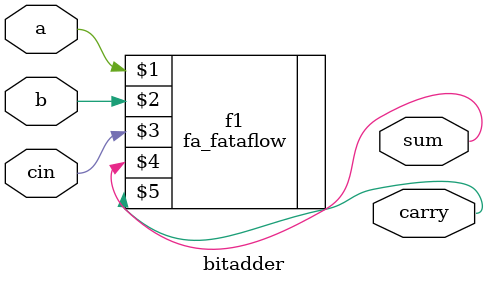
<source format=v>
`timescale 1ns / 1ps


module bitadder(
    input a,
    input b,
    input cin,
    output sum,
    output carry
    );
fa_fataflow f1(a,b,cin,sum,carry);   

endmodule

</source>
